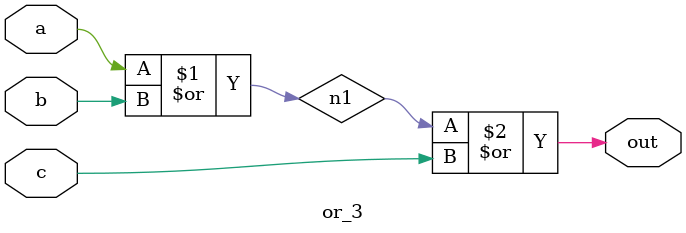
<source format=v>
module or_3 (out, a, b, c);

    // Inputs 
    input a, b, c;

    // Outputs
    output out;

    // Wires
    wire n1;

    // Layer 1
    or or1 (n1, a, b);

    // Layer 2
    or or2 (out, n1, c);

endmodule
</source>
